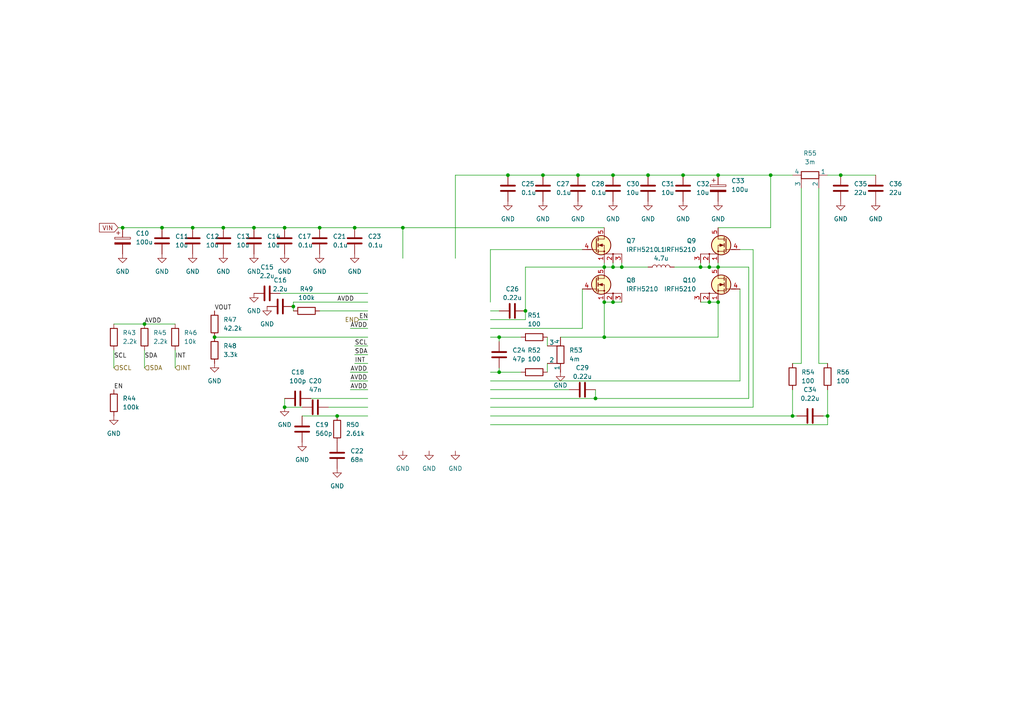
<source format=kicad_sch>
(kicad_sch (version 20230121) (generator eeschema)
  (paper "A4")
  (lib_symbols
    (symbol "Device:C" (pin_numbers hide) (pin_names (offset 0.254))
      (property "Reference" "C" (at 0.635 2.54 0))
      (property "Value" "C" (at 0.635 -2.54 0))
      (symbol "C_0_1"
        (polyline (pts (xy -2.032 -0.762) (xy 2.032 -0.762)) (stroke (width 0.508)))
        (polyline (pts (xy -2.032 0.762) (xy 2.032 0.762)) (stroke (width 0.508)))
      )
      (symbol "C_1_1"
        (pin passive line (at 0 3.81 270) (length 2.794) (name "~") (number "1"))
        (pin passive line (at 0 -3.81 90) (length 2.794) (name "~") (number "2"))
      )
    )
    (symbol "Device:C_Polarized" (pin_numbers hide) (pin_names (offset 0.254))
      (property "Reference" "C" (at 0.635 2.54 0))
      (property "Value" "C_Polarized" (at 0.635 -2.54 0))
      (symbol "C_Polarized_0_1"
        (rectangle (start -2.286 0.508) (end 2.286 1.016))
        (polyline (pts (xy -1.778 2.286) (xy -0.762 2.286)))
        (polyline (pts (xy -1.27 2.794) (xy -1.27 1.778)))
        (rectangle (start 2.286 -0.508) (end -2.286 -1.016) (fill (type outline)))
      )
      (symbol "C_Polarized_1_1"
        (pin passive line (at 0 3.81 270) (length 2.794) (name "~") (number "1"))
        (pin passive line (at 0 -3.81 90) (length 2.794) (name "~") (number "2"))
      )
    )
    (symbol "Device:L" (pin_numbers hide) (pin_names (offset 1.016) hide)
      (property "Reference" "L" (at -1.27 0 90))
      (property "Value" "L" (at 1.905 0 90))
      (symbol "L_0_1"
        (arc (start 0 -2.54) (mid 0.6323 -1.905) (end 0 -1.27))
        (arc (start 0 -1.27) (mid 0.6323 -0.635) (end 0 0))
        (arc (start 0 0) (mid 0.6323 0.635) (end 0 1.27))
        (arc (start 0 1.27) (mid 0.6323 1.905) (end 0 2.54))
      )
      (symbol "L_1_1"
        (pin passive line (at 0 3.81 270) (length 1.27) (name "1") (number "1"))
        (pin passive line (at 0 -3.81 90) (length 1.27) (name "2") (number "2"))
      )
    )
    (symbol "Device:R" (pin_numbers hide) (pin_names (offset 0))
      (property "Reference" "R" (at 2.032 0 90))
      (property "Value" "R" (at 0 0 90))
      (symbol "R_0_1"
        (rectangle (start -1.016 -2.54) (end 1.016 2.54) (stroke (width 0.254)))
      )
      (symbol "R_1_1"
        (pin passive line (at 0 3.81 270) (length 1.27) (name "~") (number "1"))
        (pin passive line (at 0 -3.81 90) (length 1.27) (name "~") (number "2"))
      )
    )
    (symbol "Device:R_Shunt" (pin_numbers hide) (pin_names (offset 0))
      (property "Reference" "R" (at -4.445 0 90))
      (property "Value" "R_Shunt" (at -2.54 0 90))
      (symbol "R_Shunt_0_1"
        (rectangle (start -1.016 -2.54) (end 1.016 2.54) (stroke (width 0.254)))
        (polyline (pts (xy 0 -2.54) (xy 1.27 -2.54)))
        (polyline (pts (xy 1.27 2.54) (xy 0 2.54)))
      )
      (symbol "R_Shunt_1_1"
        (pin passive line (at 0 5.08 270) (length 2.54) (name "1") (number "1"))
        (pin passive line (at 3.81 2.54 180) (length 2.54) (name "2") (number "2"))
        (pin passive line (at 3.81 -2.54 180) (length 2.54) (name "3") (number "3"))
        (pin passive line (at 0 -5.08 90) (length 2.54) (name "4") (number "4"))
      )
    )
    (symbol "PCM_Transistor_MOSFET_AKL:IRFH5210" (pin_names hide)
      (property "Reference" "Q" (at 5.08 1.27 0))
      (property "Value" "IRFH5210" (at 5.08 -1.27 0))
      (symbol "IRFH5210_0_1"
        (polyline (pts (xy 0.254 -1.27) (xy -2.54 -1.27)))
        (polyline (pts (xy 0.254 1.905) (xy 0.254 -1.905)) (stroke (width 0.254)))
        (polyline (pts (xy 0.762 -1.778) (xy 2.54 -1.778)))
        (polyline (pts (xy 0.762 -1.27) (xy 0.762 -2.286)) (stroke (width 0.254)))
        (polyline (pts (xy 0.762 0.508) (xy 0.762 -0.508)) (stroke (width 0.254)))
        (polyline (pts (xy 0.762 2.286) (xy 0.762 1.27)) (stroke (width 0.254)))
        (polyline (pts (xy 2.54 1.778) (xy 0.762 1.778)))
        (polyline (pts (xy 2.54 2.54) (xy 2.54 1.778)))
        (polyline (pts (xy 7.62 -2.54) (xy 2.54 -2.54)))
        (polyline (pts (xy 2.54 -2.54) (xy 2.54 0) (xy 0.762 0)))
        (polyline (pts (xy 1.016 0) (xy 2.032 0.381) (xy 2.032 -0.381) (xy 1.016 0)) (fill (type outline)))
        (circle (center 1.651 0) (radius 2.794) (stroke (width 0.254)) (fill (type background)))
        (circle (center 2.54 -1.778) (radius 0.1778) (fill (type outline)))
      )
      (symbol "IRFH5210_1_1"
        (circle (center 5.08 -2.54) (radius 0.1778) (fill (type outline)))
        (pin passive line (at 2.54 -5.08 90) (length 2.54) (name "S") (number "1"))
        (pin passive line (at 5.08 -5.08 90) (length 2.54) (name "S") (number "2"))
        (pin passive line (at 7.62 -5.08 90) (length 2.54) (name "S") (number "3"))
        (pin input line (at -3.81 -1.27 0) (length 2.54) (name "G") (number "4"))
        (pin passive line (at 2.54 5.08 270) (length 2.54) (name "D") (number "5"))
      )
    )
    (symbol "power:GND" (power) (pin_names (offset 0))
      (property "Value" "GND" (at 0 -3.81 0))
      (symbol "GND_0_1"
        (polyline (pts (xy 0 0) (xy 0 -1.27) (xy 1.27 -1.27) (xy 0 -2.54) (xy -1.27 -1.27) (xy 0 -1.27)))
      )
      (symbol "GND_1_1"
        (pin power_in line (at 0 0 270) (length 0) hide (name "GND") (number "1"))
      )
    )
  )
  (junction (at 64.77 66.04))
  (junction (at 73.66 66.04))
  (junction (at 35.56 66.04))
  (junction (at 240.03 120.65))
  (junction (at 144.78 107.95))
  (junction (at 205.74 87.63))
  (junction (at 175.26 77.47))
  (junction (at 208.28 77.47))
  (junction (at 102.87 66.04))
  (junction (at 82.55 66.04))
  (junction (at 147.32 50.8))
  (junction (at 97.79 120.65))
  (junction (at 152.4 90.17))
  (junction (at 205.74 77.47))
  (junction (at 55.88 66.04))
  (junction (at 85.09 88.9))
  (junction (at 82.55 118.11))
  (junction (at 175.26 97.79))
  (junction (at 198.12 50.8))
  (junction (at 187.96 50.8))
  (junction (at 92.71 66.04))
  (junction (at 116.84 66.04))
  (junction (at 208.28 50.8))
  (junction (at 175.26 87.63))
  (junction (at 46.99 66.04))
  (junction (at 62.23 97.79))
  (junction (at 229.87 120.65))
  (junction (at 177.8 50.8))
  (junction (at 177.8 77.47))
  (junction (at 172.72 115.57))
  (junction (at 223.52 50.8))
  (junction (at 144.78 97.79))
  (junction (at 157.48 50.8))
  (junction (at 41.91 93.98))
  (junction (at 177.8 87.63))
  (junction (at 243.84 50.8))
  (junction (at 203.2 77.47))
  (junction (at 208.28 87.63))
  (junction (at 167.64 50.8))
  (junction (at 180.34 77.47))
  (wire (pts (xy 175.26 77.47) (xy 177.8 77.47)))
  (wire (pts (xy 106.68 113.03) (xy 101.6 113.03)))
  (wire (pts (xy 147.32 50.8) (xy 157.48 50.8)))
  (wire (pts (xy 223.52 50.8) (xy 229.87 50.8)))
  (wire (pts (xy 214.63 72.39) (xy 218.44 72.39)))
  (wire (pts (xy 208.28 97.79) (xy 175.26 97.79)))
  (wire (pts (xy 203.2 77.47) (xy 205.74 77.47)))
  (wire (pts (xy 101.6 107.95) (xy 106.68 107.95)))
  (wire (pts (xy 240.03 50.8) (xy 243.84 50.8)))
  (wire (pts (xy 214.63 110.49) (xy 142.24 110.49)))
  (wire (pts (xy 177.8 87.63) (xy 180.34 87.63)))
  (wire (pts (xy 229.87 120.65) (xy 231.14 120.65)))
  (wire (pts (xy 217.17 115.57) (xy 217.17 77.47)))
  (wire (pts (xy 82.55 118.11) (xy 87.63 118.11)))
  (wire (pts (xy 175.26 66.04) (xy 116.84 66.04)))
  (wire (pts (xy 151.13 97.79) (xy 144.78 97.79)))
  (wire (pts (xy 187.96 50.8) (xy 198.12 50.8)))
  (wire (pts (xy 175.26 87.63) (xy 175.26 97.79)))
  (wire (pts (xy 132.08 50.8) (xy 147.32 50.8)))
  (wire (pts (xy 151.13 107.95) (xy 144.78 107.95)))
  (wire (pts (xy 208.28 77.47) (xy 217.17 77.47)))
  (wire (pts (xy 81.28 85.09) (xy 106.68 85.09)))
  (wire (pts (xy 208.28 87.63) (xy 208.28 97.79)))
  (wire (pts (xy 34.29 66.04) (xy 35.56 66.04)))
  (wire (pts (xy 55.88 66.04) (xy 64.77 66.04)))
  (wire (pts (xy 90.17 115.57) (xy 106.68 115.57)))
  (wire (pts (xy 73.66 66.04) (xy 82.55 66.04)))
  (wire (pts (xy 64.77 66.04) (xy 73.66 66.04)))
  (wire (pts (xy 152.4 90.17) (xy 152.4 77.47)))
  (wire (pts (xy 116.84 66.04) (xy 116.84 74.93)))
  (wire (pts (xy 101.6 110.49) (xy 106.68 110.49)))
  (wire (pts (xy 95.25 118.11) (xy 106.68 118.11)))
  (wire (pts (xy 214.63 110.49) (xy 214.63 83.82)))
  (wire (pts (xy 172.72 115.57) (xy 217.17 115.57)))
  (wire (pts (xy 85.09 87.63) (xy 106.68 87.63)))
  (wire (pts (xy 205.74 87.63) (xy 208.28 87.63)))
  (wire (pts (xy 104.14 92.71) (xy 106.68 92.71)))
  (wire (pts (xy 33.02 101.6) (xy 33.02 106.68)))
  (wire (pts (xy 177.8 77.47) (xy 180.34 77.47)))
  (wire (pts (xy 195.58 77.47) (xy 203.2 77.47)))
  (wire (pts (xy 158.75 105.41) (xy 158.75 107.95)))
  (wire (pts (xy 142.24 123.19) (xy 240.03 123.19)))
  (wire (pts (xy 208.28 50.8) (xy 223.52 50.8)))
  (wire (pts (xy 35.56 66.04) (xy 46.99 66.04)))
  (wire (pts (xy 152.4 92.71) (xy 152.4 90.17)))
  (wire (pts (xy 142.24 113.03) (xy 165.1 113.03)))
  (wire (pts (xy 144.78 106.68) (xy 144.78 107.95)))
  (wire (pts (xy 177.8 76.2) (xy 177.8 77.47)))
  (wire (pts (xy 180.34 76.2) (xy 180.34 77.47)))
  (wire (pts (xy 232.41 105.41) (xy 229.87 105.41)))
  (wire (pts (xy 237.49 54.61) (xy 237.49 105.41)))
  (wire (pts (xy 218.44 118.11) (xy 218.44 72.39)))
  (wire (pts (xy 142.24 72.39) (xy 142.24 87.63)))
  (wire (pts (xy 157.48 50.8) (xy 167.64 50.8)))
  (wire (pts (xy 85.09 88.9) (xy 85.09 90.17)))
  (wire (pts (xy 102.87 66.04) (xy 116.84 66.04)))
  (wire (pts (xy 243.84 50.8) (xy 254 50.8)))
  (wire (pts (xy 177.8 50.8) (xy 187.96 50.8)))
  (wire (pts (xy 46.99 66.04) (xy 55.88 66.04)))
  (wire (pts (xy 142.24 118.11) (xy 218.44 118.11)))
  (wire (pts (xy 97.79 120.65) (xy 106.68 120.65)))
  (wire (pts (xy 142.24 120.65) (xy 229.87 120.65)))
  (wire (pts (xy 175.26 87.63) (xy 177.8 87.63)))
  (wire (pts (xy 158.75 100.33) (xy 158.75 97.79)))
  (wire (pts (xy 232.41 105.41) (xy 232.41 54.61)))
  (wire (pts (xy 102.87 105.41) (xy 106.68 105.41)))
  (wire (pts (xy 82.55 66.04) (xy 92.71 66.04)))
  (wire (pts (xy 175.26 76.2) (xy 175.26 77.47)))
  (wire (pts (xy 41.91 101.6) (xy 41.91 106.68)))
  (wire (pts (xy 142.24 92.71) (xy 152.4 92.71)))
  (wire (pts (xy 208.28 76.2) (xy 208.28 77.47)))
  (wire (pts (xy 208.28 66.04) (xy 223.52 66.04)))
  (wire (pts (xy 172.72 115.57) (xy 172.72 113.03)))
  (wire (pts (xy 41.91 93.98) (xy 50.8 93.98)))
  (wire (pts (xy 97.79 120.65) (xy 87.63 120.65)))
  (wire (pts (xy 101.6 95.25) (xy 106.68 95.25)))
  (wire (pts (xy 205.74 77.47) (xy 208.28 77.47)))
  (wire (pts (xy 152.4 77.47) (xy 175.26 77.47)))
  (wire (pts (xy 102.87 102.87) (xy 106.68 102.87)))
  (wire (pts (xy 240.03 123.19) (xy 240.03 120.65)))
  (wire (pts (xy 102.87 100.33) (xy 106.68 100.33)))
  (wire (pts (xy 167.64 50.8) (xy 177.8 50.8)))
  (wire (pts (xy 180.34 77.47) (xy 187.96 77.47)))
  (wire (pts (xy 142.24 90.17) (xy 144.78 90.17)))
  (wire (pts (xy 142.24 72.39) (xy 168.91 72.39)))
  (wire (pts (xy 205.74 76.2) (xy 205.74 77.47)))
  (wire (pts (xy 62.23 97.79) (xy 106.68 97.79)))
  (wire (pts (xy 144.78 99.06) (xy 144.78 97.79)))
  (wire (pts (xy 144.78 97.79) (xy 142.24 97.79)))
  (wire (pts (xy 168.91 95.25) (xy 168.91 83.82)))
  (wire (pts (xy 203.2 87.63) (xy 205.74 87.63)))
  (wire (pts (xy 82.55 115.57) (xy 82.55 118.11)))
  (wire (pts (xy 132.08 50.8) (xy 132.08 74.93)))
  (wire (pts (xy 198.12 50.8) (xy 208.28 50.8)))
  (wire (pts (xy 237.49 105.41) (xy 240.03 105.41)))
  (wire (pts (xy 142.24 107.95) (xy 144.78 107.95)))
  (wire (pts (xy 223.52 66.04) (xy 223.52 50.8)))
  (wire (pts (xy 142.24 115.57) (xy 172.72 115.57)))
  (wire (pts (xy 142.24 95.25) (xy 168.91 95.25)))
  (wire (pts (xy 85.09 87.63) (xy 85.09 88.9)))
  (wire (pts (xy 92.71 66.04) (xy 102.87 66.04)))
  (wire (pts (xy 50.8 101.6) (xy 50.8 106.68)))
  (wire (pts (xy 175.26 97.79) (xy 162.56 97.79)))
  (wire (pts (xy 203.2 76.2) (xy 203.2 77.47)))
  (wire (pts (xy 238.76 120.65) (xy 240.03 120.65)))
  (wire (pts (xy 229.87 120.65) (xy 229.87 113.03)))
  (wire (pts (xy 92.71 90.17) (xy 106.68 90.17)))
  (wire (pts (xy 33.02 93.98) (xy 41.91 93.98)))
  (wire (pts (xy 240.03 113.03) (xy 240.03 120.65)))
  (label "SCL" (at 33.02 104.14 0))
  (label "AVDD" (at 101.6 110.49 0))
  (label "SDA" (at 41.91 104.14 0))
  (label "AVDD" (at 41.91 93.98 0))
  (label "AVDD" (at 101.6 113.03 0))
  (label "VOUT" (at 62.23 90.17 0))
  (label "INT" (at 50.8 104.14 0))
  (label "EN" (at 104.14 92.71 0))
  (label "AVDD" (at 101.6 107.95 0))
  (label "AVDD" (at 97.79 87.63 0))
  (label "SCL" (at 102.87 100.33 0))
  (label "EN" (at 33.02 113.03 0))
  (label "INT" (at 102.87 105.41 0))
  (label "AVDD" (at 101.6 95.25 0))
  (label "SDA" (at 102.87 102.87 0))
  (global_label "VIN" (shape input) (at 34.29 66.04 180) (property "Intersheetrefs" "${INTERSHEET_REFS}" (effects hide)))
  (hierarchical_label "SCL" (shape input) (at 33.02 106.68 0))
  (hierarchical_label "EN" (shape input) (at 104.14 92.71 180))
  (hierarchical_label "SDA" (shape input) (at 41.91 106.68 0))
  (hierarchical_label "INT" (shape input) (at 50.8 106.68 0))
  (symbol (lib_id "Device:C") (at 87.63 124.46 0) (unit 1)
    (property "Reference" "C19" (at 91.44 123.19 0) (effects (justify left)))
    (property "Value" "560p" (at 91.44 125.73 0) (effects (justify left)))
    (property "Footprint" "Capacitor_SMD:C_0603_1608Metric" (effects hide))
    (instances (project "RC_Charger" (path "" (reference "C19") (unit 1)) (path "" (reference "C64") (unit 1)) (path "" (reference "C114") (unit 1)) (path "" (reference "C146") (unit 1))) (project "RC_Charger_MainBoard" (path "" (reference "C16") (unit 1))))
  )
  (symbol (lib_id "power:GND") (at 55.88 73.66 0) (unit 1)
    (property "Reference" "#PWR013" (effects hide))
    (property "Value" "GND" (at 55.88 78.74 0))
    (instances (project "RC_Charger" (path "" (reference "#PWR013") (unit 1)) (path "" (reference "#PWR065") (unit 1)) (path "" (reference "#PWR0125") (unit 1)) (path "" (reference "#PWR0167") (unit 1))) (project "RC_Charger_MainBoard" (path "" (reference "#PWR030") (unit 1))))
  )
  (symbol (lib_id "Device:C") (at 82.55 69.85 0) (unit 1)
    (property "Reference" "C17" (at 86.36 68.58 0) (effects (justify left)))
    (property "Value" "0.1u" (at 86.36 71.12 0) (effects (justify left)))
    (property "Footprint" "Capacitor_SMD:C_0603_1608Metric" (effects hide))
    (instances (project "RC_Charger" (path "" (reference "C17") (unit 1)) (path "" (reference "C62") (unit 1)) (path "" (reference "C112") (unit 1)) (path "" (reference "C144") (unit 1))) (project "RC_Charger_MainBoard" (path "" (reference "C14") (unit 1))))
  )
  (symbol (lib_id "power:GND") (at 157.48 58.42 0) (unit 1)
    (property "Reference" "#PWR029" (effects hide))
    (property "Value" "GND" (at 157.48 63.5 0))
    (instances (project "RC_Charger" (path "" (reference "#PWR029") (unit 1)) (path "" (reference "#PWR081") (unit 1)) (path "" (reference "#PWR0141") (unit 1)) (path "" (reference "#PWR0183") (unit 1))) (project "RC_Charger_MainBoard" (path "" (reference "#PWR046") (unit 1))))
  )
  (symbol (lib_id "Device:C") (at 168.91 113.03 90) (unit 1)
    (property "Reference" "C29" (at 168.91 106.68 90))
    (property "Value" "0.22u" (at 168.91 109.22 90))
    (property "Footprint" "Capacitor_SMD:C_0603_1608Metric" (effects hide))
    (instances (project "RC_Charger" (path "" (reference "C29") (unit 1)) (path "" (reference "C74") (unit 1)) (path "" (reference "C124") (unit 1)) (path "" (reference "C156") (unit 1))) (project "RC_Charger_MainBoard" (path "" (reference "C26") (unit 1))))
  )
  (symbol (lib_id "Device:C") (at 187.96 54.61 0) (unit 1)
    (property "Reference" "C31" (at 191.77 53.34 0) (effects (justify left)))
    (property "Value" "10u" (at 191.77 55.88 0) (effects (justify left)))
    (property "Footprint" "Capacitor_SMD:C_1210_3225Metric" (effects hide))
    (instances (project "RC_Charger" (path "" (reference "C31") (unit 1)) (path "" (reference "C76") (unit 1)) (path "" (reference "C126") (unit 1)) (path "" (reference "C158") (unit 1))) (project "RC_Charger_MainBoard" (path "" (reference "C28") (unit 1))))
  )
  (symbol (lib_id "Device:R") (at 154.94 97.79 90) (unit 1)
    (property "Reference" "R51" (at 154.94 91.44 90))
    (property "Value" "100" (at 154.94 93.98 90))
    (property "Footprint" "Resistor_SMD:R_0603_1608Metric" (effects hide))
    (instances (project "RC_Charger" (path "" (reference "R51") (unit 1)) (path "" (reference "R70") (unit 1)) (path "" (reference "R173") (unit 1)) (path "" (reference "R192") (unit 1))) (project "RC_Charger_MainBoard" (path "" (reference "R18") (unit 1))))
  )
  (symbol (lib_id "Device:C") (at 91.44 118.11 270) (unit 1)
    (property "Reference" "C20" (at 91.44 110.49 90))
    (property "Value" "47n" (at 91.44 113.03 90))
    (property "Footprint" "Capacitor_SMD:C_0603_1608Metric" (effects hide))
    (instances (project "RC_Charger" (path "" (reference "C20") (unit 1)) (path "" (reference "C65") (unit 1)) (path "" (reference "C115") (unit 1)) (path "" (reference "C147") (unit 1))) (project "RC_Charger_MainBoard" (path "" (reference "C17") (unit 1))))
  )
  (symbol (lib_id "power:GND") (at 82.55 73.66 0) (unit 1)
    (property "Reference" "#PWR019" (effects hide))
    (property "Value" "GND" (at 82.55 78.74 0))
    (instances (project "RC_Charger" (path "" (reference "#PWR019") (unit 1)) (path "" (reference "#PWR071") (unit 1)) (path "" (reference "#PWR0131") (unit 1)) (path "" (reference "#PWR0173") (unit 1))) (project "RC_Charger_MainBoard" (path "" (reference "#PWR036") (unit 1))))
  )
  (symbol (lib_id "Device:R") (at 33.02 116.84 180) (unit 1)
    (property "Reference" "R44" (at 35.56 115.57 0) (effects (justify right)))
    (property "Value" "100k" (at 35.56 118.11 0) (effects (justify right)))
    (property "Footprint" "Resistor_SMD:R_0603_1608Metric" (effects hide))
    (instances (project "RC_Charger" (path "" (reference "R44") (unit 1)) (path "" (reference "R63") (unit 1)) (path "" (reference "R166") (unit 1)) (path "" (reference "R185") (unit 1))) (project "RC_Charger_MainBoard" (path "" (reference "R11") (unit 1))))
  )
  (symbol (lib_id "Device:C") (at 177.8 54.61 0) (unit 1)
    (property "Reference" "C30" (at 181.61 53.34 0) (effects (justify left)))
    (property "Value" "10u" (at 181.61 55.88 0) (effects (justify left)))
    (property "Footprint" "Capacitor_SMD:C_1210_3225Metric" (effects hide))
    (instances (project "RC_Charger" (path "" (reference "C30") (unit 1)) (path "" (reference "C75") (unit 1)) (path "" (reference "C125") (unit 1)) (path "" (reference "C157") (unit 1))) (project "RC_Charger_MainBoard" (path "" (reference "C27") (unit 1))))
  )
  (symbol (lib_id "power:GND") (at 243.84 58.42 0) (unit 1)
    (property "Reference" "#PWR036" (effects hide))
    (property "Value" "GND" (at 243.84 63.5 0))
    (instances (project "RC_Charger" (path "" (reference "#PWR036") (unit 1)) (path "" (reference "#PWR088") (unit 1)) (path "" (reference "#PWR0148") (unit 1)) (path "" (reference "#PWR0190") (unit 1))) (project "RC_Charger_MainBoard" (path "" (reference "#PWR062") (unit 1))))
  )
  (symbol (lib_id "Device:R") (at 240.03 109.22 180) (unit 1)
    (property "Reference" "R56" (at 242.57 107.95 0) (effects (justify right)))
    (property "Value" "100" (at 242.57 110.49 0) (effects (justify right)))
    (property "Footprint" "Resistor_SMD:R_0603_1608Metric" (effects hide))
    (instances (project "RC_Charger" (path "" (reference "R56") (unit 1)) (path "" (reference "R75") (unit 1)) (path "" (reference "R178") (unit 1)) (path "" (reference "R197") (unit 1))) (project "RC_Charger_MainBoard" (path "" (reference "R23") (unit 1))))
  )
  (symbol (lib_id "power:GND") (at 124.46 130.81 0) (unit 1)
    (property "Reference" "#PWR026" (effects hide))
    (property "Value" "GND" (at 124.46 135.89 0))
    (instances (project "RC_Charger" (path "" (reference "#PWR026") (unit 1)) (path "" (reference "#PWR078") (unit 1)) (path "" (reference "#PWR0138") (unit 1)) (path "" (reference "#PWR0180") (unit 1))) (project "RC_Charger_MainBoard" (path "" (reference "#PWR043") (unit 1))))
  )
  (symbol (lib_id "Device:C") (at 92.71 69.85 0) (unit 1)
    (property "Reference" "C21" (at 96.52 68.58 0) (effects (justify left)))
    (property "Value" "0.1u" (at 96.52 71.12 0) (effects (justify left)))
    (property "Footprint" "Capacitor_SMD:C_0603_1608Metric" (effects hide))
    (instances (project "RC_Charger" (path "" (reference "C21") (unit 1)) (path "" (reference "C66") (unit 1)) (path "" (reference "C116") (unit 1)) (path "" (reference "C148") (unit 1))) (project "RC_Charger_MainBoard" (path "" (reference "C18") (unit 1))))
  )
  (symbol (lib_id "Device:C") (at 55.88 69.85 0) (unit 1)
    (property "Reference" "C12" (at 59.69 68.58 0) (effects (justify left)))
    (property "Value" "10u" (at 59.69 71.12 0) (effects (justify left)))
    (property "Footprint" "Capacitor_SMD:C_1210_3225Metric" (effects hide))
    (instances (project "RC_Charger" (path "" (reference "C12") (unit 1)) (path "" (reference "C57") (unit 1)) (path "" (reference "C107") (unit 1)) (path "" (reference "C139") (unit 1))) (project "RC_Charger_MainBoard" (path "" (reference "C9") (unit 1))))
  )
  (symbol (lib_id "Device:C") (at 148.59 90.17 90) (unit 1)
    (property "Reference" "C26" (at 148.59 83.82 90))
    (property "Value" "0.22u" (at 148.59 86.36 90))
    (property "Footprint" "Capacitor_SMD:C_0603_1608Metric" (effects hide))
    (instances (project "RC_Charger" (path "" (reference "C26") (unit 1)) (path "" (reference "C71") (unit 1)) (path "" (reference "C121") (unit 1)) (path "" (reference "C153") (unit 1))) (project "RC_Charger_MainBoard" (path "" (reference "C23") (unit 1))))
  )
  (symbol (lib_id "power:GND") (at 97.79 135.89 0) (unit 1)
    (property "Reference" "#PWR023" (effects hide))
    (property "Value" "GND" (at 97.79 140.97 0))
    (instances (project "RC_Charger" (path "" (reference "#PWR023") (unit 1)) (path "" (reference "#PWR075") (unit 1)) (path "" (reference "#PWR0135") (unit 1)) (path "" (reference "#PWR0177") (unit 1))) (project "RC_Charger_MainBoard" (path "" (reference "#PWR040") (unit 1))))
  )
  (symbol (lib_id "power:GND") (at 33.02 120.65 0) (unit 1)
    (property "Reference" "#PWR010" (effects hide))
    (property "Value" "GND" (at 33.02 125.73 0))
    (instances (project "RC_Charger" (path "" (reference "#PWR010") (unit 1)) (path "" (reference "#PWR062") (unit 1)) (path "" (reference "#PWR0122") (unit 1)) (path "" (reference "#PWR0164") (unit 1))) (project "RC_Charger_MainBoard" (path "" (reference "#PWR027") (unit 1))))
  )
  (symbol (lib_id "power:GND") (at 82.55 118.11 0) (unit 1)
    (property "Reference" "#PWR020" (effects hide))
    (property "Value" "GND" (at 82.55 123.19 0))
    (instances (project "RC_Charger" (path "" (reference "#PWR020") (unit 1)) (path "" (reference "#PWR072") (unit 1)) (path "" (reference "#PWR0132") (unit 1)) (path "" (reference "#PWR0174") (unit 1))) (project "RC_Charger_MainBoard" (path "" (reference "#PWR037") (unit 1))))
  )
  (symbol (lib_id "Device:C") (at 81.28 88.9 90) (unit 1)
    (property "Reference" "C16" (at 81.28 81.28 90))
    (property "Value" "2.2u" (at 81.28 83.82 90))
    (property "Footprint" "Capacitor_SMD:C_0805_2012Metric" (effects hide))
    (instances (project "RC_Charger" (path "" (reference "C16") (unit 1)) (path "" (reference "C61") (unit 1)) (path "" (reference "C111") (unit 1)) (path "" (reference "C143") (unit 1))) (project "RC_Charger_MainBoard" (path "" (reference "C13") (unit 1))))
  )
  (symbol (lib_id "Device:R") (at 229.87 109.22 180) (unit 1)
    (property "Reference" "R54" (at 232.41 107.95 0) (effects (justify right)))
    (property "Value" "100" (at 232.41 110.49 0) (effects (justify right)))
    (property "Footprint" "Resistor_SMD:R_0603_1608Metric" (effects hide))
    (instances (project "RC_Charger" (path "" (reference "R54") (unit 1)) (path "" (reference "R73") (unit 1)) (path "" (reference "R176") (unit 1)) (path "" (reference "R195") (unit 1))) (project "RC_Charger_MainBoard" (path "" (reference "R21") (unit 1))))
  )
  (symbol (lib_id "power:GND") (at 198.12 58.42 0) (unit 1)
    (property "Reference" "#PWR034" (effects hide))
    (property "Value" "GND" (at 198.12 63.5 0))
    (instances (project "RC_Charger" (path "" (reference "#PWR034") (unit 1)) (path "" (reference "#PWR086") (unit 1)) (path "" (reference "#PWR0146") (unit 1)) (path "" (reference "#PWR0188") (unit 1))) (project "RC_Charger_MainBoard" (path "" (reference "#PWR060") (unit 1))))
  )
  (symbol (lib_id "power:GND") (at 73.66 73.66 0) (unit 1)
    (property "Reference" "#PWR016" (effects hide))
    (property "Value" "GND" (at 73.66 78.74 0))
    (instances (project "RC_Charger" (path "" (reference "#PWR016") (unit 1)) (path "" (reference "#PWR068") (unit 1)) (path "" (reference "#PWR0128") (unit 1)) (path "" (reference "#PWR0170") (unit 1))) (project "RC_Charger_MainBoard" (path "" (reference "#PWR033") (unit 1))))
  )
  (symbol (lib_id "power:GND") (at 102.87 73.66 0) (unit 1)
    (property "Reference" "#PWR024" (effects hide))
    (property "Value" "GND" (at 102.87 78.74 0))
    (instances (project "RC_Charger" (path "" (reference "#PWR024") (unit 1)) (path "" (reference "#PWR076") (unit 1)) (path "" (reference "#PWR0136") (unit 1)) (path "" (reference "#PWR0178") (unit 1))) (project "RC_Charger_MainBoard" (path "" (reference "#PWR041") (unit 1))))
  )
  (symbol (lib_id "Device:R") (at 62.23 93.98 0) (unit 1)
    (property "Reference" "R47" (at 64.77 92.71 0) (effects (justify left)))
    (property "Value" "42.2k" (at 64.77 95.25 0) (effects (justify left)))
    (property "Footprint" "Resistor_SMD:R_0603_1608Metric" (effects hide))
    (instances (project "RC_Charger" (path "" (reference "R47") (unit 1)) (path "" (reference "R66") (unit 1)) (path "" (reference "R169") (unit 1)) (path "" (reference "R188") (unit 1))) (project "RC_Charger_MainBoard" (path "" (reference "R14") (unit 1))))
  )
  (symbol (lib_id "Device:C") (at 234.95 120.65 90) (unit 1)
    (property "Reference" "C34" (at 234.95 113.03 90))
    (property "Value" "0.22u" (at 234.95 115.57 90))
    (property "Footprint" "Capacitor_SMD:C_0603_1608Metric" (effects hide))
    (instances (project "RC_Charger" (path "" (reference "C34") (unit 1)) (path "" (reference "C79") (unit 1)) (path "" (reference "C129") (unit 1)) (path "" (reference "C161") (unit 1))) (project "RC_Charger_MainBoard" (path "" (reference "C31") (unit 1))))
  )
  (symbol (lib_id "power:GND") (at 167.64 58.42 0) (unit 1)
    (property "Reference" "#PWR031" (effects hide))
    (property "Value" "GND" (at 167.64 63.5 0))
    (instances (project "RC_Charger" (path "" (reference "#PWR031") (unit 1)) (path "" (reference "#PWR083") (unit 1)) (path "" (reference "#PWR0143") (unit 1)) (path "" (reference "#PWR0185") (unit 1))) (project "RC_Charger_MainBoard" (path "" (reference "#PWR048") (unit 1))))
  )
  (symbol (lib_id "Device:R_Shunt") (at 162.56 102.87 180) (unit 1)
    (property "Reference" "R53" (at 165.1 101.6 0) (effects (justify right)))
    (property "Value" "4m" (at 165.1 104.14 0) (effects (justify right)))
    (property "Footprint" "Samacsys:WSLP27265L000FEA" (effects hide))
    (instances (project "RC_Charger" (path "" (reference "R53") (unit 1)) (path "" (reference "R72") (unit 1)) (path "" (reference "R175") (unit 1)) (path "" (reference "R194") (unit 1))) (project "RC_Charger_MainBoard" (path "" (reference "R20") (unit 1))))
  )
  (symbol (lib_id "power:GND") (at 92.71 73.66 0) (unit 1)
    (property "Reference" "#PWR022" (effects hide))
    (property "Value" "GND" (at 92.71 78.74 0))
    (instances (project "RC_Charger" (path "" (reference "#PWR022") (unit 1)) (path "" (reference "#PWR074") (unit 1)) (path "" (reference "#PWR0134") (unit 1)) (path "" (reference "#PWR0176") (unit 1))) (project "RC_Charger_MainBoard" (path "" (reference "#PWR039") (unit 1))))
  )
  (symbol (lib_id "power:GND") (at 177.8 58.42 0) (unit 1)
    (property "Reference" "#PWR032" (effects hide))
    (property "Value" "GND" (at 177.8 63.5 0))
    (instances (project "RC_Charger" (path "" (reference "#PWR032") (unit 1)) (path "" (reference "#PWR084") (unit 1)) (path "" (reference "#PWR0144") (unit 1)) (path "" (reference "#PWR0186") (unit 1))) (project "RC_Charger_MainBoard" (path "" (reference "#PWR049") (unit 1))))
  )
  (symbol (lib_id "Device:C") (at 144.78 102.87 0) (unit 1)
    (property "Reference" "C24" (at 148.59 101.6 0) (effects (justify left)))
    (property "Value" "47p" (at 148.59 104.14 0) (effects (justify left)))
    (property "Footprint" "Capacitor_SMD:C_0603_1608Metric" (effects hide))
    (instances (project "RC_Charger" (path "" (reference "C24") (unit 1)) (path "" (reference "C69") (unit 1)) (path "" (reference "C119") (unit 1)) (path "" (reference "C151") (unit 1))) (project "RC_Charger_MainBoard" (path "" (reference "C21") (unit 1))))
  )
  (symbol (lib_id "power:GND") (at 87.63 128.27 0) (unit 1)
    (property "Reference" "#PWR021" (effects hide))
    (property "Value" "GND" (at 87.63 133.35 0))
    (instances (project "RC_Charger" (path "" (reference "#PWR021") (unit 1)) (path "" (reference "#PWR073") (unit 1)) (path "" (reference "#PWR0133") (unit 1)) (path "" (reference "#PWR0175") (unit 1))) (project "RC_Charger_MainBoard" (path "" (reference "#PWR038") (unit 1))))
  )
  (symbol (lib_id "PCM_Transistor_MOSFET_AKL:IRFH5210") (at 210.82 82.55 0) (mirror y) (unit 1)
    (property "Reference" "Q10" (at 201.93 81.28 0) (effects (justify left)))
    (property "Value" "IRFH5210" (at 201.93 83.82 0) (effects (justify left)))
    (property "Footprint" "Package_DFN_QFN:PQFN-8-EP_6x5mm_P1.27mm_Generic" (effects hide))
    (property "Datasheet" "https://www.tme.eu/Document/500f055c17aa1156a474966dc014ef12/irfh5210pbf.pdf" (effects hide))
    (instances (project "RC_Charger" (path "" (reference "Q10") (unit 1)) (path "" (reference "Q14") (unit 1)) (path "" (reference "Q30") (unit 1)) (path "" (reference "Q34") (unit 1))) (project "RC_Charger_MainBoard" (path "" (reference "Q4") (unit 1))))
  )
  (symbol (lib_id "Device:R") (at 154.94 107.95 90) (unit 1)
    (property "Reference" "R52" (at 154.94 101.6 90))
    (property "Value" "100" (at 154.94 104.14 90))
    (property "Footprint" "Resistor_SMD:R_0603_1608Metric" (effects hide))
    (instances (project "RC_Charger" (path "" (reference "R52") (unit 1)) (path "" (reference "R71") (unit 1)) (path "" (reference "R174") (unit 1)) (path "" (reference "R193") (unit 1))) (project "RC_Charger_MainBoard" (path "" (reference "R19") (unit 1))))
  )
  (symbol (lib_id "Device:C") (at 102.87 69.85 0) (unit 1)
    (property "Reference" "C23" (at 106.68 68.58 0) (effects (justify left)))
    (property "Value" "0.1u" (at 106.68 71.12 0) (effects (justify left)))
    (property "Footprint" "Capacitor_SMD:C_0603_1608Metric" (effects hide))
    (instances (project "RC_Charger" (path "" (reference "C23") (unit 1)) (path "" (reference "C68") (unit 1)) (path "" (reference "C118") (unit 1)) (path "" (reference "C150") (unit 1))) (project "RC_Charger_MainBoard" (path "" (reference "C20") (unit 1))))
  )
  (symbol (lib_id "Device:R") (at 88.9 90.17 90) (unit 1)
    (property "Reference" "R49" (at 88.9 83.82 90))
    (property "Value" "100k" (at 88.9 86.36 90))
    (property "Footprint" "Resistor_SMD:R_0603_1608Metric" (effects hide))
    (instances (project "RC_Charger" (path "" (reference "R49") (unit 1)) (path "" (reference "R68") (unit 1)) (path "" (reference "R171") (unit 1)) (path "" (reference "R190") (unit 1))) (project "RC_Charger_MainBoard" (path "" (reference "R16") (unit 1))))
  )
  (symbol (lib_id "Device:R") (at 50.8 97.79 0) (unit 1)
    (property "Reference" "R46" (at 53.34 96.52 0) (effects (justify left)))
    (property "Value" "10k" (at 53.34 99.06 0) (effects (justify left)))
    (property "Footprint" "Resistor_SMD:R_0603_1608Metric" (effects hide))
    (instances (project "RC_Charger" (path "" (reference "R46") (unit 1)) (path "" (reference "R65") (unit 1)) (path "" (reference "R168") (unit 1)) (path "" (reference "R187") (unit 1))) (project "RC_Charger_MainBoard" (path "" (reference "R13") (unit 1))))
  )
  (symbol (lib_id "Device:C") (at 73.66 69.85 0) (unit 1)
    (property "Reference" "C14" (at 77.47 68.58 0) (effects (justify left)))
    (property "Value" "10u" (at 77.47 71.12 0) (effects (justify left)))
    (property "Footprint" "Capacitor_SMD:C_1210_3225Metric" (effects hide))
    (instances (project "RC_Charger" (path "" (reference "C14") (unit 1)) (path "" (reference "C59") (unit 1)) (path "" (reference "C109") (unit 1)) (path "" (reference "C141") (unit 1))) (project "RC_Charger_MainBoard" (path "" (reference "C11") (unit 1))))
  )
  (symbol (lib_id "power:GND") (at 73.66 85.09 0) (unit 1)
    (property "Reference" "#PWR017" (effects hide))
    (property "Value" "GND" (at 73.66 90.17 0))
    (instances (project "RC_Charger" (path "" (reference "#PWR017") (unit 1)) (path "" (reference "#PWR069") (unit 1)) (path "" (reference "#PWR0129") (unit 1)) (path "" (reference "#PWR0171") (unit 1))) (project "RC_Charger_MainBoard" (path "" (reference "#PWR034") (unit 1))))
  )
  (symbol (lib_id "power:GND") (at 132.08 130.81 0) (unit 1)
    (property "Reference" "#PWR027" (effects hide))
    (property "Value" "GND" (at 132.08 135.89 0))
    (instances (project "RC_Charger" (path "" (reference "#PWR027") (unit 1)) (path "" (reference "#PWR079") (unit 1)) (path "" (reference "#PWR0139") (unit 1)) (path "" (reference "#PWR0181") (unit 1))) (project "RC_Charger_MainBoard" (path "" (reference "#PWR044") (unit 1))))
  )
  (symbol (lib_id "Device:R") (at 62.23 101.6 0) (unit 1)
    (property "Reference" "R48" (at 64.77 100.33 0) (effects (justify left)))
    (property "Value" "3.3k" (at 64.77 102.87 0) (effects (justify left)))
    (property "Footprint" "Resistor_SMD:R_0603_1608Metric" (effects hide))
    (instances (project "RC_Charger" (path "" (reference "R48") (unit 1)) (path "" (reference "R67") (unit 1)) (path "" (reference "R170") (unit 1)) (path "" (reference "R189") (unit 1))) (project "RC_Charger_MainBoard" (path "" (reference "R15") (unit 1))))
  )
  (symbol (lib_id "power:GND") (at 147.32 58.42 0) (unit 1)
    (property "Reference" "#PWR028" (effects hide))
    (property "Value" "GND" (at 147.32 63.5 0))
    (instances (project "RC_Charger" (path "" (reference "#PWR028") (unit 1)) (path "" (reference "#PWR080") (unit 1)) (path "" (reference "#PWR0140") (unit 1)) (path "" (reference "#PWR0182") (unit 1))) (project "RC_Charger_MainBoard" (path "" (reference "#PWR045") (unit 1))))
  )
  (symbol (lib_id "power:GND") (at 162.56 107.95 0) (unit 1)
    (property "Reference" "#PWR030" (effects hide))
    (property "Value" "GND" (at 162.56 111.76 0))
    (instances (project "RC_Charger" (path "" (reference "#PWR030") (unit 1)) (path "" (reference "#PWR082") (unit 1)) (path "" (reference "#PWR0142") (unit 1)) (path "" (reference "#PWR0184") (unit 1))) (project "RC_Charger_MainBoard" (path "" (reference "#PWR047") (unit 1))))
  )
  (symbol (lib_id "PCM_Transistor_MOSFET_AKL:IRFH5210") (at 172.72 71.12 0) (unit 1)
    (property "Reference" "Q7" (at 181.61 69.85 0) (effects (justify left)))
    (property "Value" "IRFH5210" (at 181.61 72.39 0) (effects (justify left)))
    (property "Footprint" "Package_DFN_QFN:PQFN-8-EP_6x5mm_P1.27mm_Generic" (effects hide))
    (property "Datasheet" "https://www.tme.eu/Document/500f055c17aa1156a474966dc014ef12/irfh5210pbf.pdf" (effects hide))
    (instances (project "RC_Charger" (path "" (reference "Q7") (unit 1)) (path "" (reference "Q11") (unit 1)) (path "" (reference "Q27") (unit 1)) (path "" (reference "Q31") (unit 1))) (project "RC_Charger_MainBoard" (path "" (reference "Q1") (unit 1))))
  )
  (symbol (lib_id "Device:C") (at 254 54.61 0) (unit 1)
    (property "Reference" "C36" (at 257.81 53.34 0) (effects (justify left)))
    (property "Value" "22u" (at 257.81 55.88 0) (effects (justify left)))
    (property "Footprint" "Capacitor_SMD:C_2220_5650Metric" (effects hide))
    (instances (project "RC_Charger" (path "" (reference "C36") (unit 1)) (path "" (reference "C81") (unit 1)) (path "" (reference "C131") (unit 1)) (path "" (reference "C163") (unit 1))) (project "RC_Charger_MainBoard" (path "" (reference "C33") (unit 1))))
  )
  (symbol (lib_id "power:GND") (at 208.28 58.42 0) (unit 1)
    (property "Reference" "#PWR035" (effects hide))
    (property "Value" "GND" (at 208.28 63.5 0))
    (instances (project "RC_Charger" (path "" (reference "#PWR035") (unit 1)) (path "" (reference "#PWR087") (unit 1)) (path "" (reference "#PWR0147") (unit 1)) (path "" (reference "#PWR0189") (unit 1))) (project "RC_Charger_MainBoard" (path "" (reference "#PWR061") (unit 1))))
  )
  (symbol (lib_id "Device:C_Polarized") (at 35.56 69.85 0) (unit 1)
    (property "Reference" "C10" (at 39.37 67.691 0) (effects (justify left)))
    (property "Value" "100u" (at 39.37 70.231 0) (effects (justify left)))
    (property "Footprint" "Capacitor_SMD:CP_Elec_10x10" (effects hide))
    (instances (project "RC_Charger" (path "" (reference "C10") (unit 1)) (path "" (reference "C55") (unit 1)) (path "" (reference "C105") (unit 1)) (path "" (reference "C137") (unit 1))) (project "RC_Charger_MainBoard" (path "" (reference "C7") (unit 1))))
  )
  (symbol (lib_id "Device:C") (at 97.79 132.08 0) (unit 1)
    (property "Reference" "C22" (at 101.6 130.81 0) (effects (justify left)))
    (property "Value" "68n" (at 101.6 133.35 0) (effects (justify left)))
    (property "Footprint" "Capacitor_SMD:C_0603_1608Metric" (effects hide))
    (instances (project "RC_Charger" (path "" (reference "C22") (unit 1)) (path "" (reference "C67") (unit 1)) (path "" (reference "C117") (unit 1)) (path "" (reference "C149") (unit 1))) (project "RC_Charger_MainBoard" (path "" (reference "C19") (unit 1))))
  )
  (symbol (lib_id "power:GND") (at 77.47 88.9 0) (unit 1)
    (property "Reference" "#PWR018" (effects hide))
    (property "Value" "GND" (at 77.47 93.98 0))
    (instances (project "RC_Charger" (path "" (reference "#PWR018") (unit 1)) (path "" (reference "#PWR070") (unit 1)) (path "" (reference "#PWR0130") (unit 1)) (path "" (reference "#PWR0172") (unit 1))) (project "RC_Charger_MainBoard" (path "" (reference "#PWR035") (unit 1))))
  )
  (symbol (lib_id "Device:C") (at 198.12 54.61 0) (unit 1)
    (property "Reference" "C32" (at 201.93 53.34 0) (effects (justify left)))
    (property "Value" "10u" (at 201.93 55.88 0) (effects (justify left)))
    (property "Footprint" "Capacitor_SMD:C_1210_3225Metric" (effects hide))
    (instances (project "RC_Charger" (path "" (reference "C32") (unit 1)) (path "" (reference "C77") (unit 1)) (path "" (reference "C127") (unit 1)) (path "" (reference "C159") (unit 1))) (project "RC_Charger_MainBoard" (path "" (reference "C29") (unit 1))))
  )
  (symbol (lib_id "Device:C") (at 86.36 115.57 90) (unit 1)
    (property "Reference" "C18" (at 86.36 107.95 90))
    (property "Value" "100p" (at 86.36 110.49 90))
    (property "Footprint" "Capacitor_SMD:C_0603_1608Metric" (effects hide))
    (instances (project "RC_Charger" (path "" (reference "C18") (unit 1)) (path "" (reference "C63") (unit 1)) (path "" (reference "C113") (unit 1)) (path "" (reference "C145") (unit 1))) (project "RC_Charger_MainBoard" (path "" (reference "C15") (unit 1))))
  )
  (symbol (lib_id "Device:R") (at 97.79 124.46 0) (unit 1)
    (property "Reference" "R50" (at 100.33 123.19 0) (effects (justify left)))
    (property "Value" "2.61k" (at 100.33 125.73 0) (effects (justify left)))
    (property "Footprint" "Resistor_SMD:R_0603_1608Metric" (effects hide))
    (instances (project "RC_Charger" (path "" (reference "R50") (unit 1)) (path "" (reference "R69") (unit 1)) (path "" (reference "R172") (unit 1)) (path "" (reference "R191") (unit 1))) (project "RC_Charger_MainBoard" (path "" (reference "R17") (unit 1))))
  )
  (symbol (lib_id "Device:C") (at 167.64 54.61 0) (unit 1)
    (property "Reference" "C28" (at 171.45 53.34 0) (effects (justify left)))
    (property "Value" "0.1u" (at 171.45 55.88 0) (effects (justify left)))
    (property "Footprint" "Capacitor_SMD:C_0603_1608Metric" (effects hide))
    (instances (project "RC_Charger" (path "" (reference "C28") (unit 1)) (path "" (reference "C73") (unit 1)) (path "" (reference "C123") (unit 1)) (path "" (reference "C155") (unit 1))) (project "RC_Charger_MainBoard" (path "" (reference "C25") (unit 1))))
  )
  (symbol (lib_id "power:GND") (at 64.77 73.66 0) (unit 1)
    (property "Reference" "#PWR015" (effects hide))
    (property "Value" "GND" (at 64.77 78.74 0))
    (instances (project "RC_Charger" (path "" (reference "#PWR015") (unit 1)) (path "" (reference "#PWR067") (unit 1)) (path "" (reference "#PWR0127") (unit 1)) (path "" (reference "#PWR0169") (unit 1))) (project "RC_Charger_MainBoard" (path "" (reference "#PWR032") (unit 1))))
  )
  (symbol (lib_id "Device:C") (at 147.32 54.61 0) (unit 1)
    (property "Reference" "C25" (at 151.13 53.34 0) (effects (justify left)))
    (property "Value" "0.1u" (at 151.13 55.88 0) (effects (justify left)))
    (property "Footprint" "Capacitor_SMD:C_0603_1608Metric" (effects hide))
    (instances (project "RC_Charger" (path "" (reference "C25") (unit 1)) (path "" (reference "C70") (unit 1)) (path "" (reference "C120") (unit 1)) (path "" (reference "C152") (unit 1))) (project "RC_Charger_MainBoard" (path "" (reference "C22") (unit 1))))
  )
  (symbol (lib_id "Device:C") (at 157.48 54.61 0) (unit 1)
    (property "Reference" "C27" (at 161.29 53.34 0) (effects (justify left)))
    (property "Value" "0.1u" (at 161.29 55.88 0) (effects (justify left)))
    (property "Footprint" "Capacitor_SMD:C_0603_1608Metric" (effects hide))
    (instances (project "RC_Charger" (path "" (reference "C27") (unit 1)) (path "" (reference "C72") (unit 1)) (path "" (reference "C122") (unit 1)) (path "" (reference "C154") (unit 1))) (project "RC_Charger_MainBoard" (path "" (reference "C24") (unit 1))))
  )
  (symbol (lib_id "Device:C_Polarized") (at 208.28 54.61 0) (unit 1)
    (property "Reference" "C33" (at 212.09 52.451 0) (effects (justify left)))
    (property "Value" "100u" (at 212.09 54.991 0) (effects (justify left)))
    (property "Footprint" "Capacitor_SMD:CP_Elec_10x10" (effects hide))
    (instances (project "RC_Charger" (path "" (reference "C33") (unit 1)) (path "" (reference "C78") (unit 1)) (path "" (reference "C128") (unit 1)) (path "" (reference "C160") (unit 1))) (project "RC_Charger_MainBoard" (path "" (reference "C30") (unit 1))))
  )
  (symbol (lib_id "power:GND") (at 187.96 58.42 0) (unit 1)
    (property "Reference" "#PWR033" (effects hide))
    (property "Value" "GND" (at 187.96 63.5 0))
    (instances (project "RC_Charger" (path "" (reference "#PWR033") (unit 1)) (path "" (reference "#PWR085") (unit 1)) (path "" (reference "#PWR0145") (unit 1)) (path "" (reference "#PWR0187") (unit 1))) (project "RC_Charger_MainBoard" (path "" (reference "#PWR059") (unit 1))))
  )
  (symbol (lib_id "Device:C") (at 64.77 69.85 0) (unit 1)
    (property "Reference" "C13" (at 68.58 68.58 0) (effects (justify left)))
    (property "Value" "10u" (at 68.58 71.12 0) (effects (justify left)))
    (property "Footprint" "Capacitor_SMD:C_1210_3225Metric" (effects hide))
    (instances (project "RC_Charger" (path "" (reference "C13") (unit 1)) (path "" (reference "C58") (unit 1)) (path "" (reference "C108") (unit 1)) (path "" (reference "C140") (unit 1))) (project "RC_Charger_MainBoard" (path "" (reference "C10") (unit 1))))
  )
  (symbol (lib_id "power:GND") (at 116.84 130.81 0) (unit 1)
    (property "Reference" "#PWR025" (effects hide))
    (property "Value" "GND" (at 116.84 135.89 0))
    (instances (project "RC_Charger" (path "" (reference "#PWR025") (unit 1)) (path "" (reference "#PWR077") (unit 1)) (path "" (reference "#PWR0137") (unit 1)) (path "" (reference "#PWR0179") (unit 1))) (project "RC_Charger_MainBoard" (path "" (reference "#PWR042") (unit 1))))
  )
  (symbol (lib_id "PCM_Transistor_MOSFET_AKL:IRFH5210") (at 210.82 71.12 0) (mirror y) (unit 1)
    (property "Reference" "Q9" (at 201.93 69.85 0) (effects (justify left)))
    (property "Value" "IRFH5210" (at 201.93 72.39 0) (effects (justify left)))
    (property "Footprint" "Package_DFN_QFN:PQFN-8-EP_6x5mm_P1.27mm_Generic" (effects hide))
    (property "Datasheet" "https://www.tme.eu/Document/500f055c17aa1156a474966dc014ef12/irfh5210pbf.pdf" (effects hide))
    (instances (project "RC_Charger" (path "" (reference "Q9") (unit 1)) (path "" (reference "Q13") (unit 1)) (path "" (reference "Q29") (unit 1)) (path "" (reference "Q33") (unit 1))) (project "RC_Charger_MainBoard" (path "" (reference "Q3") (unit 1))))
  )
  (symbol (lib_id "Device:C") (at 243.84 54.61 0) (unit 1)
    (property "Reference" "C35" (at 247.65 53.34 0) (effects (justify left)))
    (property "Value" "22u" (at 247.65 55.88 0) (effects (justify left)))
    (property "Footprint" "Capacitor_SMD:C_2220_5650Metric" (effects hide))
    (instances (project "RC_Charger" (path "" (reference "C35") (unit 1)) (path "" (reference "C80") (unit 1)) (path "" (reference "C130") (unit 1)) (path "" (reference "C162") (unit 1))) (project "RC_Charger_MainBoard" (path "" (reference "C32") (unit 1))))
  )
  (symbol (lib_id "power:GND") (at 46.99 73.66 0) (unit 1)
    (property "Reference" "#PWR012" (effects hide))
    (property "Value" "GND" (at 46.99 78.74 0))
    (instances (project "RC_Charger" (path "" (reference "#PWR012") (unit 1)) (path "" (reference "#PWR064") (unit 1)) (path "" (reference "#PWR0124") (unit 1)) (path "" (reference "#PWR0166") (unit 1))) (project "RC_Charger_MainBoard" (path "" (reference "#PWR029") (unit 1))))
  )
  (symbol (lib_id "Device:R") (at 41.91 97.79 0) (unit 1)
    (property "Reference" "R45" (at 44.45 96.52 0) (effects (justify left)))
    (property "Value" "2.2k" (at 44.45 99.06 0) (effects (justify left)))
    (property "Footprint" "Resistor_SMD:R_0603_1608Metric" (effects hide))
    (instances (project "RC_Charger" (path "" (reference "R45") (unit 1)) (path "" (reference "R64") (unit 1)) (path "" (reference "R167") (unit 1)) (path "" (reference "R186") (unit 1))) (project "RC_Charger_MainBoard" (path "" (reference "R12") (unit 1))))
  )
  (symbol (lib_id "power:GND") (at 35.56 73.66 0) (unit 1)
    (property "Reference" "#PWR011" (effects hide))
    (property "Value" "GND" (at 35.56 78.74 0))
    (instances (project "RC_Charger" (path "" (reference "#PWR011") (unit 1)) (path "" (reference "#PWR063") (unit 1)) (path "" (reference "#PWR0123") (unit 1)) (path "" (reference "#PWR0165") (unit 1))) (project "RC_Charger_MainBoard" (path "" (reference "#PWR028") (unit 1))))
  )
  (symbol (lib_id "PCM_Transistor_MOSFET_AKL:IRFH5210") (at 172.72 82.55 0) (unit 1)
    (property "Reference" "Q8" (at 181.61 81.28 0) (effects (justify left)))
    (property "Value" "IRFH5210" (at 181.61 83.82 0) (effects (justify left)))
    (property "Footprint" "Package_DFN_QFN:PQFN-8-EP_6x5mm_P1.27mm_Generic" (effects hide))
    (property "Datasheet" "https://www.tme.eu/Document/500f055c17aa1156a474966dc014ef12/irfh5210pbf.pdf" (effects hide))
    (instances (project "RC_Charger" (path "" (reference "Q8") (unit 1)) (path "" (reference "Q12") (unit 1)) (path "" (reference "Q28") (unit 1)) (path "" (reference "Q32") (unit 1))) (project "RC_Charger_MainBoard" (path "" (reference "Q2") (unit 1))))
  )
  (symbol (lib_id "power:GND") (at 62.23 105.41 0) (unit 1)
    (property "Reference" "#PWR014" (effects hide))
    (property "Value" "GND" (at 62.23 110.49 0))
    (instances (project "RC_Charger" (path "" (reference "#PWR014") (unit 1)) (path "" (reference "#PWR066") (unit 1)) (path "" (reference "#PWR0126") (unit 1)) (path "" (reference "#PWR0168") (unit 1))) (project "RC_Charger_MainBoard" (path "" (reference "#PWR031") (unit 1))))
  )
  (symbol (lib_id "power:GND") (at 254 58.42 0) (unit 1)
    (property "Reference" "#PWR037" (effects hide))
    (property "Value" "GND" (at 254 63.5 0))
    (instances (project "RC_Charger" (path "" (reference "#PWR037") (unit 1)) (path "" (reference "#PWR089") (unit 1)) (path "" (reference "#PWR0149") (unit 1)) (path "" (reference "#PWR0191") (unit 1))) (project "RC_Charger_MainBoard" (path "" (reference "#PWR063") (unit 1))))
  )
  (symbol (lib_id "Device:R_Shunt") (at 234.95 50.8 270) (unit 1)
    (property "Reference" "R55" (at 234.95 44.45 90))
    (property "Value" "3m" (at 234.95 46.99 90))
    (property "Footprint" "Samacsys:WSLP27265L000FEA" (effects hide))
    (instances (project "RC_Charger" (path "" (reference "R55") (unit 1)) (path "" (reference "R74") (unit 1)) (path "" (reference "R177") (unit 1)) (path "" (reference "R196") (unit 1))) (project "RC_Charger_MainBoard" (path "" (reference "R22") (unit 1))))
  )
  (symbol (lib_id "Device:C") (at 77.47 85.09 90) (unit 1)
    (property "Reference" "C15" (at 77.47 77.47 90))
    (property "Value" "2.2u" (at 77.47 80.01 90))
    (property "Footprint" "Capacitor_SMD:C_0805_2012Metric" (effects hide))
    (instances (project "RC_Charger" (path "" (reference "C15") (unit 1)) (path "" (reference "C60") (unit 1)) (path "" (reference "C110") (unit 1)) (path "" (reference "C142") (unit 1))) (project "RC_Charger_MainBoard" (path "" (reference "C12") (unit 1))))
  )
  (symbol (lib_id "Device:R") (at 33.02 97.79 0) (unit 1)
    (property "Reference" "R43" (at 35.56 96.52 0) (effects (justify left)))
    (property "Value" "2.2k" (at 35.56 99.06 0) (effects (justify left)))
    (property "Footprint" "Resistor_SMD:R_0603_1608Metric" (effects hide))
    (instances (project "RC_Charger" (path "" (reference "R43") (unit 1)) (path "" (reference "R62") (unit 1)) (path "" (reference "R165") (unit 1)) (path "" (reference "R184") (unit 1))) (project "RC_Charger_MainBoard" (path "" (reference "R10") (unit 1))))
  )
  (symbol (lib_id "Device:L") (at 191.77 77.47 90) (unit 1)
    (property "Reference" "L1" (at 191.77 72.39 90))
    (property "Value" "4.7u" (at 191.77 74.93 90))
    (property "Footprint" "Inductor_SMD:L_Bourns_SRP1770TA_16.9x16.9mm" (effects hide))
    (instances (project "RC_Charger" (path "" (reference "L1") (unit 1)) (path "" (reference "L6") (unit 1)) (path "" (reference "L7") (unit 1)) (path "" (reference "L8") (unit 1))) (project "RC_Charger_MainBoard" (path "" (reference "L6") (unit 1))))
  )
  (symbol (lib_id "Device:C") (at 46.99 69.85 0) (unit 1)
    (property "Reference" "C11" (at 50.8 68.58 0) (effects (justify left)))
    (property "Value" "10u" (at 50.8 71.12 0) (effects (justify left)))
    (property "Footprint" "Capacitor_SMD:C_1210_3225Metric" (effects hide))
    (instances (project "RC_Charger" (path "" (reference "C11") (unit 1)) (path "" (reference "C56") (unit 1)) (path "" (reference "C106") (unit 1)) (path "" (reference "C138") (unit 1))) (project "RC_Charger_MainBoard" (path "" (reference "C8") (unit 1))))
  )
)
</source>
